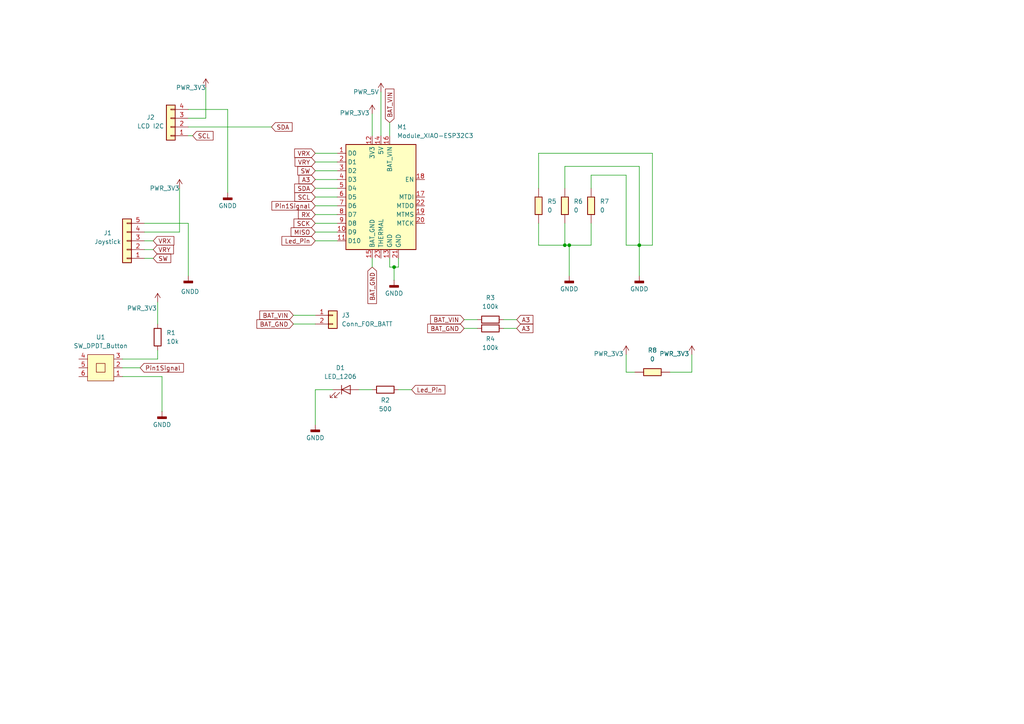
<source format=kicad_sch>
(kicad_sch (version 20250114) (generator "eeschema") (generator_version "9.0")
  (paper "A4")
  (lib_symbols
    (symbol "Connector_Generic:Conn_01x02" (pin_names (offset 1.016) (hide yes))
      (property "Reference" "J" (at 0 2.54 0))
      (property "Value" "Conn_01x02" (at 0 -5.08 0))
      (symbol "Conn_01x02_1_1"
        (rectangle (start -1.27 1.27) (end 1.27 -3.81) (stroke (width 0.254)) (fill (type background)))
        (rectangle (start -1.27 0.127) (end 0 -0.127) (stroke (width 0.1524)))
        (rectangle (start -1.27 -2.413) (end 0 -2.667) (stroke (width 0.1524)))
        (pin passive line (at -5.08 0 0) (length 3.81) (name "Pin_1") (number "1"))
        (pin passive line (at -5.08 -2.54 0) (length 3.81) (name "Pin_2") (number "2"))
      )
    )
    (symbol "Connector_Generic:Conn_01x04" (pin_names (offset 1.016) (hide yes))
      (property "Reference" "J" (at 0 5.08 0))
      (property "Value" "Conn_01x04" (at 0 -7.62 0))
      (symbol "Conn_01x04_1_1"
        (rectangle (start -1.27 3.81) (end 1.27 -6.35) (stroke (width 0.254)) (fill (type background)))
        (rectangle (start -1.27 2.667) (end 0 2.413) (stroke (width 0.1524)))
        (rectangle (start -1.27 0.127) (end 0 -0.127) (stroke (width 0.1524)))
        (rectangle (start -1.27 -2.413) (end 0 -2.667) (stroke (width 0.1524)))
        (rectangle (start -1.27 -4.953) (end 0 -5.207) (stroke (width 0.1524)))
        (pin passive line (at -5.08 2.54 0) (length 3.81) (name "Pin_1") (number "1"))
        (pin passive line (at -5.08 0 0) (length 3.81) (name "Pin_2") (number "2"))
        (pin passive line (at -5.08 -2.54 0) (length 3.81) (name "Pin_3") (number "3"))
        (pin passive line (at -5.08 -5.08 0) (length 3.81) (name "Pin_4") (number "4"))
      )
    )
    (symbol "Connector_Generic:Conn_01x05" (pin_names (offset 1.016) (hide yes))
      (property "Reference" "J" (at 0 7.62 0))
      (property "Value" "Conn_01x05" (at 0 -7.62 0))
      (symbol "Conn_01x05_1_1"
        (rectangle (start -1.27 6.35) (end 1.27 -6.35) (stroke (width 0.254)) (fill (type background)))
        (rectangle (start -1.27 5.207) (end 0 4.953) (stroke (width 0.1524)))
        (rectangle (start -1.27 2.667) (end 0 2.413) (stroke (width 0.1524)))
        (rectangle (start -1.27 0.127) (end 0 -0.127) (stroke (width 0.1524)))
        (rectangle (start -1.27 -2.413) (end 0 -2.667) (stroke (width 0.1524)))
        (rectangle (start -1.27 -4.953) (end 0 -5.207) (stroke (width 0.1524)))
        (pin passive line (at -5.08 5.08 0) (length 3.81) (name "Pin_1") (number "1"))
        (pin passive line (at -5.08 2.54 0) (length 3.81) (name "Pin_2") (number "2"))
        (pin passive line (at -5.08 0 0) (length 3.81) (name "Pin_3") (number "3"))
        (pin passive line (at -5.08 -2.54 0) (length 3.81) (name "Pin_4") (number "4"))
        (pin passive line (at -5.08 -5.08 0) (length 3.81) (name "Pin_5") (number "5"))
      )
    )
    (symbol "Device:R" (pin_numbers (hide yes)) (pin_names (offset 0))
      (property "Reference" "R" (at 2.032 0 90))
      (property "Value" "R" (at 0 0 90))
      (symbol "R_0_1"
        (rectangle (start -1.016 -2.54) (end 1.016 2.54) (stroke (width 0.254)))
      )
      (symbol "R_1_1"
        (pin passive line (at 0 3.81 270) (length 1.27) (name "~") (number "1"))
        (pin passive line (at 0 -3.81 90) (length 1.27) (name "~") (number "2"))
      )
    )
    (symbol "PCM_fab:R_1206" (pin_numbers (hide yes)) (pin_names (offset 0))
      (property "Reference" "R" (at 2.54 0 90))
      (property "Value" "R_1206" (at -2.54 0 90))
      (symbol "R_1206_0_1"
        (rectangle (start -1.016 -2.54) (end 1.016 2.54) (stroke (width 0.254)) (fill (type background)))
      )
      (symbol "R_1206_1_1"
        (pin passive line (at 0 5.08 270) (length 2.54) (name "~") (number "1"))
        (pin passive line (at 0 -5.08 90) (length 2.54) (name "~") (number "2"))
      )
    )
    (symbol "fab-kicad:LED_1206" (pin_numbers (hide yes)) (pin_names (offset 1.016) (hide yes))
      (property "Reference" "D" (at 0 2.54 0))
      (property "Value" "LED_1206" (at 0 -2.54 0))
      (symbol "LED_1206_0_1"
        (polyline (pts (xy -3.048 -0.762) (xy -4.572 -2.286) (xy -3.81 -2.286) (xy -4.572 -2.286) (xy -4.572 -1.524)))
        (polyline (pts (xy -1.778 -0.762) (xy -3.302 -2.286) (xy -2.54 -2.286) (xy -3.302 -2.286) (xy -3.302 -1.524)))
        (polyline (pts (xy -1.27 0) (xy 1.27 0)))
        (polyline (pts (xy -1.27 -1.27) (xy -1.27 1.27)) (stroke (width 0.2032)))
        (polyline (pts (xy 1.27 -1.27) (xy 1.27 1.27) (xy -1.27 0) (xy 1.27 -1.27)) (stroke (width 0.2032)))
      )
      (symbol "LED_1206_1_1"
        (pin passive line (at -3.81 0 0) (length 2.54) (name "K") (number "1"))
        (pin passive line (at 3.81 0 180) (length 2.54) (name "A") (number "2"))
      )
    )
    (symbol "fab-kicad:Module_XIAO-ESP32C3"
      (property "Reference" "M" (at -10.16 16.51 0))
      (property "Value" "Module_XIAO-ESP32C3" (at 3.81 16.51 0))
      (symbol "Module_XIAO-ESP32C3_1_1"
        (rectangle (start -10.16 15.24) (end 10.16 -15.24) (stroke (width 0.254)) (fill (type background)))
        (pin bidirectional line (at -12.7 12.7 0) (length 2.54) (name "D0") (number "1"))
        (pin bidirectional line (at -12.7 10.16 0) (length 2.54) (name "D1") (number "2"))
        (pin bidirectional line (at -12.7 7.62 0) (length 2.54) (name "D2") (number "3"))
        (pin bidirectional line (at -12.7 5.08 0) (length 2.54) (name "D3") (number "4"))
        (pin bidirectional line (at -12.7 2.54 0) (length 2.54) (name "D4") (number "5"))
        (pin bidirectional line (at -12.7 0 0) (length 2.54) (name "D5") (number "6"))
        (pin bidirectional line (at -12.7 -2.54 0) (length 2.54) (name "D6") (number "7"))
        (pin bidirectional line (at -12.7 -5.08 0) (length 2.54) (name "D7") (number "8"))
        (pin bidirectional line (at -12.7 -7.62 0) (length 2.54) (name "D8") (number "9"))
        (pin bidirectional line (at -12.7 -10.16 0) (length 2.54) (name "D9") (number "10"))
        (pin bidirectional line (at -12.7 -12.7 0) (length 2.54) (name "D10") (number "11"))
        (pin power_in line (at -2.54 17.78 270) (length 2.54) (name "3V3") (number "12"))
        (pin power_in line (at -2.54 -17.78 90) (length 2.54) (name "BAT_GND") (number "15"))
        (pin power_in line (at 0 17.78 270) (length 2.54) (name "5V") (number "14"))
        (pin power_in line (at 0 -17.78 90) (length 2.54) (name "THERMAL") (number "23"))
        (pin power_in line (at 2.54 17.78 270) (length 2.54) (name "BAT_VIN") (number "16"))
        (pin power_in line (at 2.54 -17.78 90) (length 2.54) (name "GND") (number "13"))
        (pin power_in line (at 5.08 -17.78 90) (length 2.54) (name "GND") (number "21"))
        (pin input line (at 12.7 5.08 180) (length 2.54) (name "EN") (number "18"))
        (pin input line (at 12.7 0 180) (length 2.54) (name "MTDI") (number "17"))
        (pin output line (at 12.7 -2.54 180) (length 2.54) (name "MTDO") (number "22"))
        (pin input line (at 12.7 -5.08 180) (length 2.54) (name "MTMS") (number "19"))
        (pin input line (at 12.7 -7.62 180) (length 2.54) (name "MTCK") (number "20"))
      )
    )
    (symbol "fab-kicad:PWR_3V3" (power) (pin_names (offset 0))
      (property "Value" "PWR_3V3" (at 0 3.556 0))
      (symbol "PWR_3V3_0_1"
        (polyline (pts (xy -0.762 1.27) (xy 0 2.54)))
        (polyline (pts (xy 0 2.54) (xy 0.762 1.27)))
        (polyline (pts (xy 0 0) (xy 0 2.54)))
      )
      (symbol "PWR_3V3_1_1"
        (pin power_in line (at 0 0 90) (length 0) (hide yes) (name "PWR_3V3") (number "1"))
      )
    )
    (symbol "power:GNDD" (power) (pin_numbers (hide yes)) (pin_names (offset 0) (hide yes))
      (property "Value" "GNDD" (at 0 -3.175 0))
      (symbol "GNDD_0_1"
        (rectangle (start -1.27 -1.524) (end 1.27 -2.032) (stroke (width 0.254)) (fill (type outline)))
        (polyline (pts (xy 0 0) (xy 0 -1.524)))
      )
      (symbol "GNDD_1_1"
        (pin power_in line (at 0 0 270) (length 0) (name "~") (number "1"))
      )
    )
    (symbol "sw_dpdt_xlx:SW_DPDT_XLX" (pin_names (offset 1.016))
      (property "Reference" "U" (at 0 5.08 0))
      (property "Value" "SW_DPDT_XLX" (at 0 2.54 0))
      (symbol "SW_DPDT_XLX_0_1"
        (rectangle (start -3.81 0) (end 3.81 -7.62) (fill (type background)))
        (polyline (pts (xy -1.27 -2.54) (xy 1.27 -2.54) (xy 1.27 -5.08) (xy -1.27 -5.08) (xy -1.27 -2.54)))
      )
      (symbol "SW_DPDT_XLX_1_1"
        (pin input line (at -6.35 -1.27 0) (length 2.54) (name "~") (number "4"))
        (pin input line (at -6.35 -3.81 0) (length 2.54) (name "~") (number "5"))
        (pin input line (at -6.35 -6.35 0) (length 2.54) (name "~") (number "6"))
        (pin input line (at 6.35 -1.27 180) (length 2.54) (name "~") (number "3"))
        (pin input line (at 6.35 -3.81 180) (length 2.54) (name "~") (number "2"))
        (pin input line (at 6.35 -6.35 180) (length 2.54) (name "~") (number "1"))
      )
    )
  )
  (junction (at 165.1 71.12))
  (junction (at 114.3 77.47))
  (junction (at 185.42 71.12))
  (junction (at 163.83 71.12))
  (wire (pts (xy 91.44 113.03) (xy 91.44 123.19)))
  (wire (pts (xy 104.14 113.03) (xy 107.95 113.03)))
  (wire (pts (xy 41.91 64.77) (xy 54.61 64.77)))
  (wire (pts (xy 114.3 77.47) (xy 114.3 81.28)))
  (wire (pts (xy 41.91 72.39) (xy 44.45 72.39)))
  (wire (pts (xy 35.56 109.22) (xy 46.99 109.22)))
  (wire (pts (xy 146.05 92.71) (xy 149.86 92.71)))
  (wire (pts (xy 35.56 104.14) (xy 45.72 104.14)))
  (wire (pts (xy 41.91 67.31) (xy 52.07 67.31)))
  (wire (pts (xy 171.45 50.8) (xy 181.61 50.8)))
  (wire (pts (xy 134.62 92.71) (xy 138.43 92.71)))
  (wire (pts (xy 54.61 31.75) (xy 66.04 31.75)))
  (wire (pts (xy 85.09 93.98) (xy 91.44 93.98)))
  (wire (pts (xy 200.66 107.95) (xy 194.31 107.95)))
  (wire (pts (xy 156.21 64.77) (xy 156.21 71.12)))
  (wire (pts (xy 91.44 67.31) (xy 97.79 67.31)))
  (wire (pts (xy 91.44 46.99) (xy 97.79 46.99)))
  (wire (pts (xy 113.03 77.47) (xy 114.3 77.47)))
  (wire (pts (xy 181.61 107.95) (xy 184.15 107.95)))
  (wire (pts (xy 91.44 54.61) (xy 97.79 54.61)))
  (wire (pts (xy 45.72 87.63) (xy 45.72 93.98)))
  (wire (pts (xy 156.21 71.12) (xy 163.83 71.12)))
  (wire (pts (xy 163.83 71.12) (xy 165.1 71.12)))
  (wire (pts (xy 59.69 25.4) (xy 59.69 34.29)))
  (wire (pts (xy 115.57 113.03) (xy 119.38 113.03)))
  (wire (pts (xy 45.72 101.6) (xy 45.72 104.14)))
  (wire (pts (xy 185.42 80.01) (xy 185.42 71.12)))
  (wire (pts (xy 185.42 48.26) (xy 185.42 71.12)))
  (wire (pts (xy 91.44 59.69) (xy 97.79 59.69)))
  (wire (pts (xy 54.61 36.83) (xy 78.74 36.83)))
  (wire (pts (xy 91.44 69.85) (xy 97.79 69.85)))
  (wire (pts (xy 189.23 44.45) (xy 189.23 71.12)))
  (wire (pts (xy 146.05 95.25) (xy 149.86 95.25)))
  (wire (pts (xy 110.49 26.67) (xy 110.49 39.37)))
  (wire (pts (xy 163.83 48.26) (xy 163.83 54.61)))
  (wire (pts (xy 85.09 91.44) (xy 91.44 91.44)))
  (wire (pts (xy 41.91 74.93) (xy 44.45 74.93)))
  (wire (pts (xy 181.61 102.87) (xy 181.61 107.95)))
  (wire (pts (xy 107.95 74.93) (xy 107.95 77.47)))
  (wire (pts (xy 163.83 48.26) (xy 185.42 48.26)))
  (wire (pts (xy 91.44 64.77) (xy 97.79 64.77)))
  (wire (pts (xy 46.99 109.22) (xy 46.99 119.38)))
  (wire (pts (xy 163.83 64.77) (xy 163.83 71.12)))
  (wire (pts (xy 113.03 35.56) (xy 113.03 39.37)))
  (wire (pts (xy 91.44 44.45) (xy 97.79 44.45)))
  (wire (pts (xy 156.21 44.45) (xy 189.23 44.45)))
  (wire (pts (xy 54.61 64.77) (xy 54.61 80.01)))
  (wire (pts (xy 181.61 71.12) (xy 185.42 71.12)))
  (wire (pts (xy 91.44 49.53) (xy 97.79 49.53)))
  (wire (pts (xy 91.44 52.07) (xy 97.79 52.07)))
  (wire (pts (xy 113.03 74.93) (xy 113.03 77.47)))
  (wire (pts (xy 41.91 69.85) (xy 44.45 69.85)))
  (wire (pts (xy 171.45 71.12) (xy 165.1 71.12)))
  (wire (pts (xy 91.44 57.15) (xy 97.79 57.15)))
  (wire (pts (xy 156.21 44.45) (xy 156.21 54.61)))
  (wire (pts (xy 52.07 54.61) (xy 52.07 67.31)))
  (wire (pts (xy 189.23 71.12) (xy 185.42 71.12)))
  (wire (pts (xy 35.56 106.68) (xy 40.64 106.68)))
  (wire (pts (xy 181.61 50.8) (xy 181.61 71.12)))
  (wire (pts (xy 134.62 95.25) (xy 138.43 95.25)))
  (wire (pts (xy 171.45 64.77) (xy 171.45 71.12)))
  (wire (pts (xy 115.57 77.47) (xy 115.57 74.93)))
  (wire (pts (xy 54.61 34.29) (xy 59.69 34.29)))
  (wire (pts (xy 54.61 39.37) (xy 55.88 39.37)))
  (wire (pts (xy 171.45 50.8) (xy 171.45 54.61)))
  (wire (pts (xy 66.04 31.75) (xy 66.04 55.88)))
  (wire (pts (xy 96.52 113.03) (xy 91.44 113.03)))
  (wire (pts (xy 165.1 80.01) (xy 165.1 71.12)))
  (wire (pts (xy 200.66 102.87) (xy 200.66 107.95)))
  (wire (pts (xy 91.44 62.23) (xy 97.79 62.23)))
  (wire (pts (xy 107.95 33.02) (xy 107.95 39.37)))
  (wire (pts (xy 114.3 77.47) (xy 115.57 77.47)))
  (global_label "Pin1Signal" (shape input) (at 91.44 59.69 180) (property "Intersheetrefs" "${INTERSHEET_REFS}" (effects (hide yes))))
  (global_label "MISO" (shape input) (at 91.44 67.31 180) (property "Intersheetrefs" "${INTERSHEET_REFS}" (effects (hide yes))))
  (global_label "Led_Pin" (shape input) (at 91.44 69.85 180) (property "Intersheetrefs" "${INTERSHEET_REFS}" (effects (hide yes))))
  (global_label "A3" (shape input) (at 149.86 92.71 0) (property "Intersheetrefs" "${INTERSHEET_REFS}" (effects (hide yes))))
  (global_label "BAT_VIN" (shape input) (at 134.62 92.71 180) (property "Intersheetrefs" "${INTERSHEET_REFS}" (effects (hide yes))))
  (global_label "VRY" (shape input) (at 91.44 46.99 180) (property "Intersheetrefs" "${INTERSHEET_REFS}" (effects (hide yes))))
  (global_label "SCL" (shape input) (at 91.44 57.15 180) (property "Intersheetrefs" "${INTERSHEET_REFS}" (effects (hide yes))))
  (global_label "BAT_GND" (shape input) (at 85.09 93.98 180) (property "Intersheetrefs" "${INTERSHEET_REFS}" (effects (hide yes))))
  (global_label "A3" (shape input) (at 91.44 52.07 180) (property "Intersheetrefs" "${INTERSHEET_REFS}" (effects (hide yes))))
  (global_label "SCK" (shape input) (at 91.44 64.77 180) (property "Intersheetrefs" "${INTERSHEET_REFS}" (effects (hide yes))))
  (global_label "SW" (shape input) (at 91.44 49.53 180) (property "Intersheetrefs" "${INTERSHEET_REFS}" (effects (hide yes))))
  (global_label "RX" (shape input) (at 91.44 62.23 180) (property "Intersheetrefs" "${INTERSHEET_REFS}" (effects (hide yes))))
  (global_label "Led_Pin" (shape input) (at 119.38 113.03 0) (property "Intersheetrefs" "${INTERSHEET_REFS}" (effects (hide yes))))
  (global_label "A3" (shape input) (at 149.86 95.25 0) (property "Intersheetrefs" "${INTERSHEET_REFS}" (effects (hide yes))))
  (global_label "SCL" (shape input) (at 55.88 39.37 0) (property "Intersheetrefs" "${INTERSHEET_REFS}" (effects (hide yes))))
  (global_label "BAT_VIN" (shape input) (at 113.03 35.56 90) (property "Intersheetrefs" "${INTERSHEET_REFS}" (effects (hide yes))))
  (global_label "BAT_GND" (shape input) (at 107.95 77.47 270) (property "Intersheetrefs" "${INTERSHEET_REFS}" (effects (hide yes))))
  (global_label "BAT_GND" (shape input) (at 134.62 95.25 180) (property "Intersheetrefs" "${INTERSHEET_REFS}" (effects (hide yes))))
  (global_label "VRY" (shape input) (at 44.45 72.39 0) (property "Intersheetrefs" "${INTERSHEET_REFS}" (effects (hide yes))))
  (global_label "SDA" (shape input) (at 91.44 54.61 180) (property "Intersheetrefs" "${INTERSHEET_REFS}" (effects (hide yes))))
  (global_label "VRX" (shape input) (at 91.44 44.45 180) (property "Intersheetrefs" "${INTERSHEET_REFS}" (effects (hide yes))))
  (global_label "SDA" (shape input) (at 78.74 36.83 0) (property "Intersheetrefs" "${INTERSHEET_REFS}" (effects (hide yes))))
  (global_label "Pin1Signal" (shape input) (at 40.64 106.68 0) (property "Intersheetrefs" "${INTERSHEET_REFS}" (effects (hide yes))))
  (global_label "BAT_VIN" (shape input) (at 85.09 91.44 180) (property "Intersheetrefs" "${INTERSHEET_REFS}" (effects (hide yes))))
  (global_label "SW" (shape input) (at 44.45 74.93 0) (property "Intersheetrefs" "${INTERSHEET_REFS}" (effects (hide yes))))
  (global_label "VRX" (shape input) (at 44.45 69.85 0) (property "Intersheetrefs" "${INTERSHEET_REFS}" (effects (hide yes))))
  (symbol (lib_id "Device:R") (at 142.24 95.25 270) (unit 1)
    (property "Reference" "R4" (at 142.24 98.298 90))
    (property "Value" "100k" (at 142.24 100.838 90))
    (property "Footprint" "Resistor_SMD:R_1206_3216Metric" (effects (hide yes)))
    (property "Description" "Resistor" (effects (hide yes)))
  )
  (symbol (lib_id "fab-kicad:PWR_3V3") (at 59.69 25.4 0) (unit 1)
    (property "Reference" "#PWR05" (effects (hide yes)))
    (property "Value" "PWR_3V3" (at 55.372 25.4 0))
    (property "Description" "Power symbol creates a global label with name \"+3V3\"" (effects (hide yes)))
  )
  (symbol (lib_id "PCM_fab:R_1206") (at 189.23 107.95 90) (unit 1)
    (property "Reference" "R8" (at 189.23 101.6 90))
    (property "Value" "0" (at 189.23 104.14 90))
    (property "Footprint" "PCM_fab:R_1206" (effects (hide yes)))
    (property "Description" "Resistor" (effects (hide yes)))
  )
  (symbol (lib_id "Device:R") (at 142.24 92.71 90) (unit 1)
    (property "Reference" "R3" (at 142.24 86.36 90))
    (property "Value" "100k" (at 142.24 88.9 90))
    (property "Footprint" "Resistor_SMD:R_1206_3216Metric" (effects (hide yes)))
    (property "Description" "Resistor" (effects (hide yes)))
  )
  (symbol (lib_id "PCM_fab:R_1206") (at 156.21 59.69 0) (unit 1)
    (property "Reference" "R5" (at 158.75 58.4199 0) (effects (justify left)))
    (property "Value" "0" (at 158.75 60.9599 0) (effects (justify left)))
    (property "Footprint" "PCM_fab:R_1206" (effects (hide yes)))
    (property "Description" "Resistor" (effects (hide yes)))
  )
  (symbol (lib_id "PCM_fab:R_1206") (at 163.83 59.69 0) (unit 1)
    (property "Reference" "R6" (at 166.37 58.4199 0) (effects (justify left)))
    (property "Value" "0" (at 166.37 60.9599 0) (effects (justify left)))
    (property "Footprint" "PCM_fab:R_1206" (effects (hide yes)))
    (property "Description" "Resistor" (effects (hide yes)))
  )
  (symbol (lib_id "fab-kicad:PWR_3V3") (at 200.66 102.87 0) (unit 1)
    (property "Reference" "#PWR013" (effects (hide yes)))
    (property "Value" "PWR_3V3" (at 195.58 102.616 0))
    (property "Description" "Power symbol creates a global label with name \"+3V3\"" (effects (hide yes)))
  )
  (symbol (lib_id "power:GNDD") (at 66.04 55.88 0) (unit 1)
    (property "Reference" "#PWR06" (effects (hide yes)))
    (property "Value" "GNDD" (at 66.04 59.69 0))
    (property "Description" "Power symbol creates a global label with name \"GNDD\" , digital ground" (effects (hide yes)))
  )
  (symbol (lib_id "fab-kicad:PWR_3V3") (at 45.72 87.63 0) (unit 1)
    (property "Reference" "#PWR01" (effects (hide yes)))
    (property "Value" "PWR_3V3" (at 41.148 89.408 0))
    (property "Description" "Power symbol creates a global label with name \"+3V3\"" (effects (hide yes)))
  )
  (symbol (lib_id "Connector_Generic:Conn_01x05") (at 36.83 69.85 180) (unit 1)
    (property "Reference" "J1" (at 31.242 67.564 0))
    (property "Value" "Joystick" (at 31.242 70.104 0))
    (property "Footprint" "Connector_PinHeader_2.54mm:PinHeader_1x05_P2.54mm_Vertical" (effects (hide yes)))
    (property "Description" "Generic connector, single row, 01x05, script generated (kicad-library-utils/schlib/autogen/connector/)" (effects (hide yes)))
  )
  (symbol (lib_id "fab-kicad:LED_1206") (at 100.33 113.03 0) (unit 1)
    (property "Reference" "D1" (at 98.7298 106.68 0))
    (property "Value" "LED_1206" (at 98.7298 109.22 0))
    (property "Footprint" "PCM_fab:LED_1206" (effects (hide yes)))
    (property "Datasheet" "https://optoelectronics.liteon.com/upload/download/DS-22-98-0002/LTST-C150CKT.pdf" (effects (hide yes)))
    (property "Description" "Light emitting diode, Lite-On Inc. LTST, SMD" (effects (hide yes)))
  )
  (symbol (lib_id "power:GNDD") (at 91.44 123.19 0) (unit 1)
    (property "Reference" "#PWR07" (effects (hide yes)))
    (property "Value" "GNDD" (at 91.44 127 0))
    (property "Description" "Power symbol creates a global label with name \"GNDD\" , digital ground" (effects (hide yes)))
  )
  (symbol (lib_id "fab-kicad:PWR_3V3") (at 107.95 33.02 0) (unit 1)
    (property "Reference" "#PWR08" (effects (hide yes)))
    (property "Value" "PWR_3V3" (at 102.87 32.766 0))
    (property "Description" "Power symbol creates a global label with name \"+3V3\"" (effects (hide yes)))
  )
  (symbol (lib_id "fab-kicad:Module_XIAO-ESP32C3") (at 110.49 57.15 0) (unit 1)
    (property "Reference" "M1" (at 115.1733 36.83 0) (effects (justify left)))
    (property "Value" "Module_XIAO-ESP32C3" (at 115.1733 39.37 0) (effects (justify left)))
    (property "Footprint" "PCM_fab:SeeedStudio_XIAO_ESP32C3" (effects (hide yes)))
    (property "Datasheet" "https://wiki.seeedstudio.com/XIAO_ESP32C3_Getting_Started/" (effects (hide yes)))
    (property "Description" "ESP32-C3 Transceiver; 802.11 a/b/g/n (Wi-Fi, WiFi, WLAN), Bluetooth® Smart 4.x Low Energy (BLE) 2.4GHz Evaluation Board" (effects (hide yes)))
  )
  (symbol (lib_id "fab-kicad:PWR_3V3") (at 52.07 54.61 0) (unit 1)
    (property "Reference" "#PWR03" (effects (hide yes)))
    (property "Value" "PWR_3V3" (at 47.752 54.61 0))
    (property "Description" "Power symbol creates a global label with name \"+3V3\"" (effects (hide yes)))
  )
  (symbol (lib_id "power:GNDD") (at 46.99 119.38 0) (unit 1)
    (property "Reference" "#PWR02" (effects (hide yes)))
    (property "Value" "GNDD" (at 46.99 123.19 0))
    (property "Description" "Power symbol creates a global label with name \"GNDD\" , digital ground" (effects (hide yes)))
  )
  (symbol (lib_id "Device:R") (at 45.72 97.79 0) (unit 1)
    (property "Reference" "R1" (at 48.26 96.5199 0) (effects (justify left)))
    (property "Value" "10k" (at 48.26 99.0599 0) (effects (justify left)))
    (property "Footprint" "Resistor_SMD:R_1206_3216Metric" (effects (hide yes)))
    (property "Description" "Resistor" (effects (hide yes)))
  )
  (symbol (lib_id "Connector_Generic:Conn_01x02") (at 96.52 91.44 0) (unit 1)
    (property "Reference" "J3" (at 99.06 91.4399 0) (effects (justify left)))
    (property "Value" "Conn_FOR_BATT" (at 99.06 93.9799 0) (effects (justify left)))
    (property "Footprint" "Connector_PinHeader_2.54mm:PinHeader_1x02_P2.54mm_Vertical" (effects (hide yes)))
    (property "Description" "Generic connector, single row, 01x02, script generated (kicad-library-utils/schlib/autogen/connector/)" (effects (hide yes)))
  )
  (symbol (lib_id "power:GNDD") (at 114.3 81.28 0) (unit 1)
    (property "Reference" "#PWR010" (effects (hide yes)))
    (property "Value" "GNDD" (at 114.3 85.09 0))
    (property "Description" "Power symbol creates a global label with name \"GNDD\" , digital ground" (effects (hide yes)))
  )
  (symbol (lib_id "power:GNDD") (at 185.42 80.01 0) (unit 1)
    (property "Reference" "#PWR014" (effects (hide yes)))
    (property "Value" "GNDD" (at 185.42 83.82 0))
    (property "Description" "Power symbol creates a global label with name \"GNDD\" , digital ground" (effects (hide yes)))
  )
  (symbol (lib_id "Device:R") (at 111.76 113.03 270) (unit 1)
    (property "Reference" "R2" (at 111.76 116.078 90))
    (property "Value" "500" (at 111.76 118.618 90))
    (property "Footprint" "Resistor_SMD:R_1206_3216Metric" (effects (hide yes)))
    (property "Description" "Resistor" (effects (hide yes)))
  )
  (symbol (lib_id "sw_dpdt_xlx:SW_DPDT_XLX") (at 29.21 102.87 0) (unit 1)
    (property "Reference" "U1" (at 29.21 97.79 0))
    (property "Value" "SW_DPDT_Button" (at 29.21 100.33 0))
    (property "Footprint" "Downloads:SW_DPDT_XLX" (effects (hide yes)))
  )
  (symbol (lib_id "fab-kicad:PWR_3V3") (at 110.49 26.67 0) (unit 1)
    (property "Reference" "#PWR09" (effects (hide yes)))
    (property "Value" "PWR_5V" (at 106.172 26.67 0))
    (property "Description" "Power symbol creates a global label with name \"+3V3\"" (effects (hide yes)))
  )
  (symbol (lib_id "fab-kicad:PWR_3V3") (at 181.61 102.87 0) (unit 1)
    (property "Reference" "#PWR012" (effects (hide yes)))
    (property "Value" "PWR_3V3" (at 176.53 102.616 0))
    (property "Description" "Power symbol creates a global label with name \"+3V3\"" (effects (hide yes)))
  )
  (symbol (lib_id "Connector_Generic:Conn_01x04") (at 49.53 36.83 180) (unit 1)
    (property "Reference" "J2" (at 43.688 34.036 0))
    (property "Value" "LCD I2C" (at 43.688 36.576 0))
    (property "Footprint" "Connector_PinHeader_2.54mm:PinHeader_1x04_P2.54mm_Vertical" (effects (hide yes)))
    (property "Description" "Generic connector, single row, 01x04, script generated (kicad-library-utils/schlib/autogen/connector/)" (effects (hide yes)))
  )
  (symbol (lib_id "PCM_fab:R_1206") (at 171.45 59.69 0) (unit 1)
    (property "Reference" "R7" (at 173.99 58.4199 0) (effects (justify left)))
    (property "Value" "0" (at 173.99 60.9599 0) (effects (justify left)))
    (property "Footprint" "PCM_fab:R_1206" (effects (hide yes)))
    (property "Description" "Resistor" (effects (hide yes)))
  )
  (symbol (lib_id "power:GNDD") (at 54.61 80.01 0) (unit 1)
    (property "Reference" "#PWR04" (effects (hide yes)))
    (property "Value" "GNDD" (at 55.118 84.582 0))
    (property "Description" "Power symbol creates a global label with name \"GNDD\" , digital ground" (effects (hide yes)))
  )
  (symbol (lib_id "power:GNDD") (at 165.1 80.01 0) (unit 1)
    (property "Reference" "#PWR011" (effects (hide yes)))
    (property "Value" "GNDD" (at 165.1 83.82 0))
    (property "Description" "Power symbol creates a global label with name \"GNDD\" , digital ground" (effects (hide yes)))
  )
)
</source>
